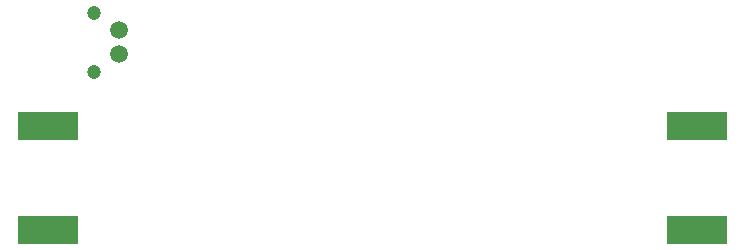
<source format=gbs>
G04 #@! TF.FileFunction,Soldermask,Bot*
%FSLAX46Y46*%
G04 Gerber Fmt 4.6, Leading zero omitted, Abs format (unit mm)*
G04 Created by KiCad (PCBNEW 0.201505031001+5637~23~ubuntu14.04.1-product) date Mon 25 May 2015 03:05:37 BST*
%MOMM*%
G01*
G04 APERTURE LIST*
%ADD10C,0.100000*%
%ADD11C,1.500000*%
%ADD12C,1.200000*%
%ADD13R,5.080000X2.413000*%
G04 APERTURE END LIST*
D10*
D11*
X117500000Y-76500000D03*
X117500000Y-74500000D03*
D12*
X115400000Y-78000000D03*
X115400000Y-73000000D03*
D13*
X166500000Y-82618500D03*
X166500000Y-91381500D03*
X111500000Y-91381500D03*
X111500000Y-82618500D03*
M02*

</source>
